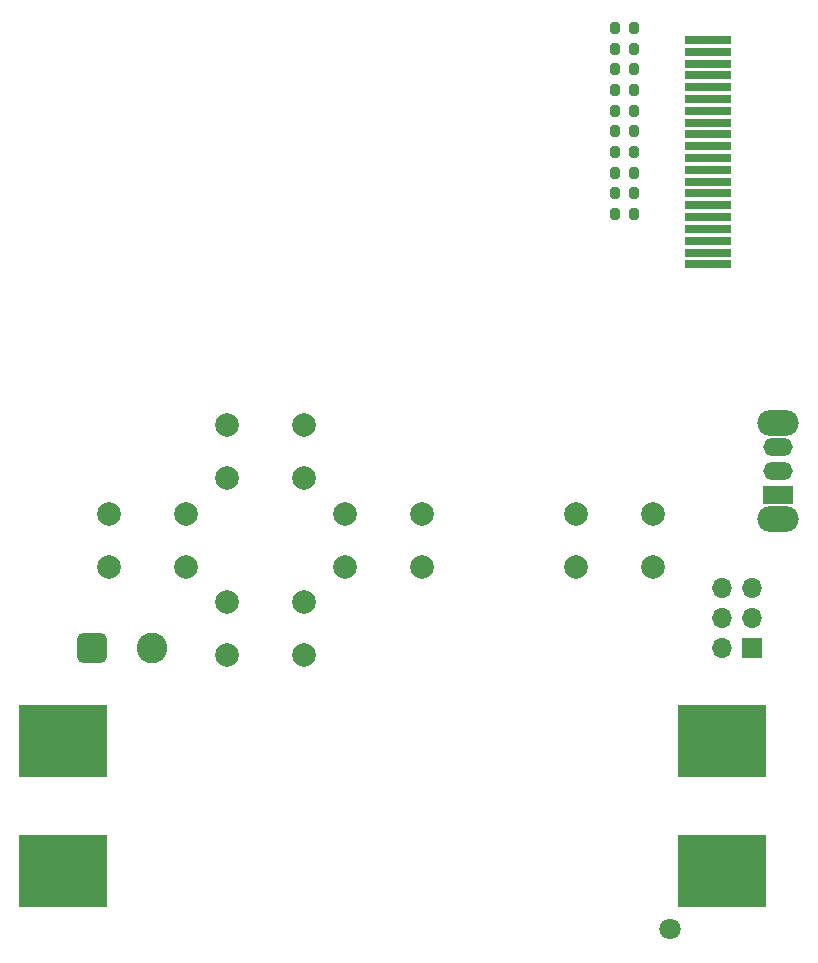
<source format=gbr>
%TF.GenerationSoftware,KiCad,Pcbnew,8.0.0*%
%TF.CreationDate,2024-03-23T15:17:17+01:00*%
%TF.ProjectId,stopwatchy,73746f70-7761-4746-9368-792e6b696361,rev?*%
%TF.SameCoordinates,Original*%
%TF.FileFunction,Soldermask,Bot*%
%TF.FilePolarity,Negative*%
%FSLAX46Y46*%
G04 Gerber Fmt 4.6, Leading zero omitted, Abs format (unit mm)*
G04 Created by KiCad (PCBNEW 8.0.0) date 2024-03-23 15:17:17*
%MOMM*%
%LPD*%
G01*
G04 APERTURE LIST*
G04 Aperture macros list*
%AMRoundRect*
0 Rectangle with rounded corners*
0 $1 Rounding radius*
0 $2 $3 $4 $5 $6 $7 $8 $9 X,Y pos of 4 corners*
0 Add a 4 corners polygon primitive as box body*
4,1,4,$2,$3,$4,$5,$6,$7,$8,$9,$2,$3,0*
0 Add four circle primitives for the rounded corners*
1,1,$1+$1,$2,$3*
1,1,$1+$1,$4,$5*
1,1,$1+$1,$6,$7*
1,1,$1+$1,$8,$9*
0 Add four rect primitives between the rounded corners*
20,1,$1+$1,$2,$3,$4,$5,0*
20,1,$1+$1,$4,$5,$6,$7,0*
20,1,$1+$1,$6,$7,$8,$9,0*
20,1,$1+$1,$8,$9,$2,$3,0*%
G04 Aperture macros list end*
%ADD10C,2.000000*%
%ADD11R,1.700000X1.700000*%
%ADD12O,1.700000X1.700000*%
%ADD13RoundRect,0.650000X-0.650000X-0.650000X0.650000X-0.650000X0.650000X0.650000X-0.650000X0.650000X0*%
%ADD14C,2.600000*%
%ADD15O,3.500000X2.200000*%
%ADD16R,2.500000X1.500000*%
%ADD17O,2.500000X1.500000*%
%ADD18RoundRect,0.200000X-0.200000X-0.275000X0.200000X-0.275000X0.200000X0.275000X-0.200000X0.275000X0*%
%ADD19RoundRect,0.200000X0.200000X0.275000X-0.200000X0.275000X-0.200000X-0.275000X0.200000X-0.275000X0*%
%ADD20R,4.000000X0.700000*%
%ADD21C,1.800000*%
%ADD22R,7.450000X6.100000*%
G04 APERTURE END LIST*
D10*
%TO.C,SW5*%
X120887500Y-86100000D03*
X114387500Y-86100000D03*
X120887500Y-81600000D03*
X114387500Y-81600000D03*
%TD*%
%TO.C,SW3*%
X153887500Y-81600000D03*
X160387500Y-81600000D03*
X153887500Y-86100000D03*
X160387500Y-86100000D03*
%TD*%
%TO.C,SW7*%
X130887500Y-93600000D03*
X124387500Y-93600000D03*
X130887500Y-89100000D03*
X124387500Y-89100000D03*
%TD*%
D11*
%TO.C,J4*%
X168775001Y-93025000D03*
D12*
X166235001Y-93025000D03*
X168775001Y-90485000D03*
X166235001Y-90485000D03*
X168775001Y-87945000D03*
X166235001Y-87945000D03*
%TD*%
D10*
%TO.C,SW4*%
X140887500Y-86100000D03*
X134387500Y-86100000D03*
X140887500Y-81600000D03*
X134387500Y-81600000D03*
%TD*%
D13*
%TO.C,J2*%
X112960000Y-93000000D03*
D14*
X118040000Y-93000000D03*
%TD*%
D15*
%TO.C,SW2*%
X171000000Y-82100000D03*
X171000000Y-73900000D03*
D16*
X171000000Y-80000000D03*
D17*
X171000000Y-78000000D03*
X171000000Y-76000000D03*
%TD*%
D10*
%TO.C,SW6*%
X130887500Y-78600000D03*
X124387500Y-78600000D03*
X130887500Y-74100000D03*
X124387500Y-74100000D03*
%TD*%
D18*
%TO.C,R26*%
X157175000Y-51000000D03*
X158825000Y-51000000D03*
%TD*%
D19*
%TO.C,R29*%
X158825000Y-44000000D03*
X157175000Y-44000000D03*
%TD*%
D18*
%TO.C,R22*%
X157175000Y-56250000D03*
X158825000Y-56250000D03*
%TD*%
%TO.C,R25*%
X157175000Y-49250000D03*
X158825000Y-49250000D03*
%TD*%
%TO.C,R24*%
X157175000Y-52750000D03*
X158825000Y-52750000D03*
%TD*%
D19*
%TO.C,R28*%
X158825000Y-42250000D03*
X157175000Y-42250000D03*
%TD*%
D18*
%TO.C,R23*%
X157175000Y-54500000D03*
X158825000Y-54500000D03*
%TD*%
D19*
%TO.C,R14*%
X158825000Y-40500000D03*
X157175000Y-40500000D03*
%TD*%
D20*
%TO.C,U3*%
X165100000Y-60500000D03*
X165100000Y-59500000D03*
X165100000Y-58500000D03*
X165100000Y-57500000D03*
X165100000Y-56500000D03*
X165100000Y-55500000D03*
X165100000Y-54500000D03*
X165100000Y-53500000D03*
X165100000Y-52500000D03*
X165100000Y-51500000D03*
X165100000Y-50500000D03*
X165100000Y-49500000D03*
X165100000Y-48500000D03*
X165100000Y-47500000D03*
X165100000Y-46500000D03*
X165100000Y-45500000D03*
X165100000Y-44500000D03*
X165100000Y-43500000D03*
X165100000Y-42500000D03*
X165100000Y-41500000D03*
%TD*%
D18*
%TO.C,R27*%
X157175000Y-47500000D03*
X158825000Y-47500000D03*
%TD*%
D19*
%TO.C,R30*%
X158825000Y-45750000D03*
X157175000Y-45750000D03*
%TD*%
D21*
%TO.C,BT1*%
X161837500Y-116810000D03*
D22*
X166262500Y-111850000D03*
X166262500Y-100850000D03*
X110512500Y-111850000D03*
X110512500Y-100850000D03*
%TD*%
M02*

</source>
